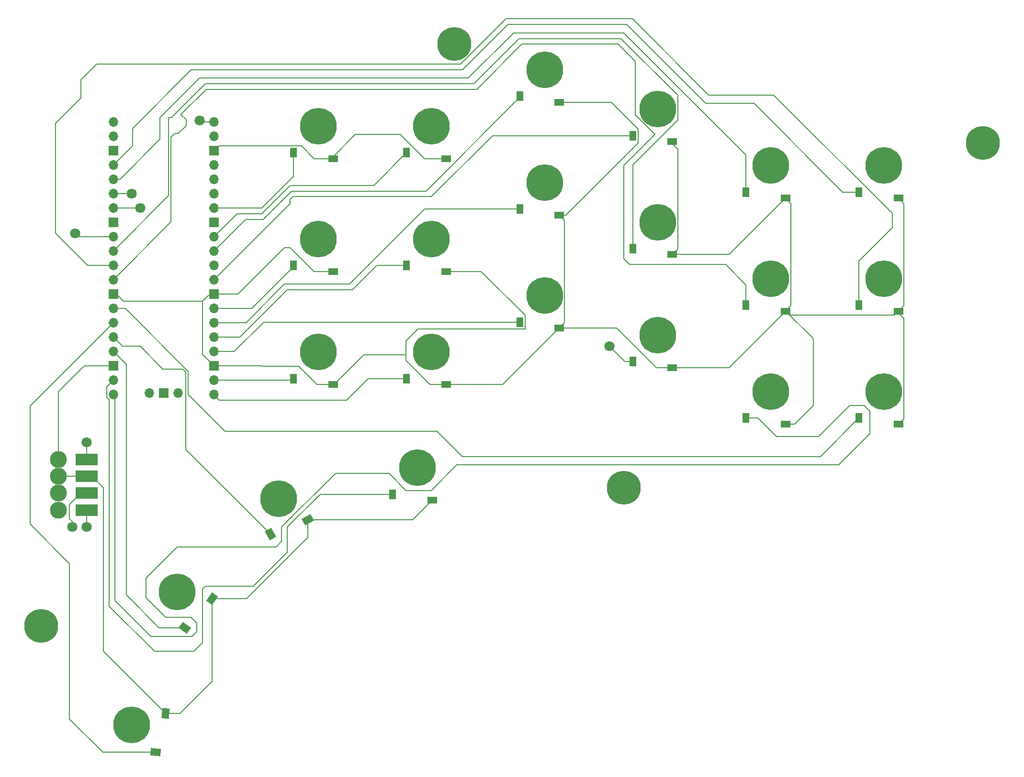
<source format=gbr>
%TF.GenerationSoftware,KiCad,Pcbnew,8.0.1*%
%TF.CreationDate,2024-04-26T18:58:43+02:00*%
%TF.ProjectId,PinkyPi,50696e6b-7950-4692-9e6b-696361645f70,rev?*%
%TF.SameCoordinates,Original*%
%TF.FileFunction,Copper,L2,Bot*%
%TF.FilePolarity,Positive*%
%FSLAX46Y46*%
G04 Gerber Fmt 4.6, Leading zero omitted, Abs format (unit mm)*
G04 Created by KiCad (PCBNEW 8.0.1) date 2024-04-26 18:58:43*
%MOMM*%
%LPD*%
G01*
G04 APERTURE LIST*
G04 Aperture macros list*
%AMRotRect*
0 Rectangle, with rotation*
0 The origin of the aperture is its center*
0 $1 length*
0 $2 width*
0 $3 Rotation angle, in degrees counterclockwise*
0 Add horizontal line*
21,1,$1,$2,0,0,$3*%
G04 Aperture macros list end*
%TA.AperFunction,ComponentPad*%
%ADD10C,6.500000*%
%TD*%
%TA.AperFunction,ComponentPad*%
%ADD11R,1.800000X1.300000*%
%TD*%
%TA.AperFunction,ComponentPad*%
%ADD12R,1.300000X1.800000*%
%TD*%
%TA.AperFunction,ComponentPad*%
%ADD13O,1.700000X1.700000*%
%TD*%
%TA.AperFunction,ComponentPad*%
%ADD14R,1.700000X1.700000*%
%TD*%
%TA.AperFunction,ComponentPad*%
%ADD15RotRect,1.800000X1.300000X84.000000*%
%TD*%
%TA.AperFunction,ComponentPad*%
%ADD16RotRect,1.800000X1.300000X174.000000*%
%TD*%
%TA.AperFunction,ComponentPad*%
%ADD17RotRect,1.800000X1.300000X55.000000*%
%TD*%
%TA.AperFunction,ComponentPad*%
%ADD18RotRect,1.800000X1.300000X145.000000*%
%TD*%
%TA.AperFunction,SMDPad,CuDef*%
%ADD19R,4.000000X2.000000*%
%TD*%
%TA.AperFunction,ComponentPad*%
%ADD20C,3.000000*%
%TD*%
%TA.AperFunction,ComponentPad*%
%ADD21RotRect,1.800000X1.300000X30.000000*%
%TD*%
%TA.AperFunction,ComponentPad*%
%ADD22RotRect,1.800000X1.300000X120.000000*%
%TD*%
%TA.AperFunction,ViaPad*%
%ADD23C,1.800000*%
%TD*%
%TA.AperFunction,ViaPad*%
%ADD24C,6.000000*%
%TD*%
%TA.AperFunction,Conductor*%
%ADD25C,0.200000*%
%TD*%
G04 APERTURE END LIST*
D10*
%TO.P,U19,*%
%TO.N,*%
X133500000Y-69500000D03*
D11*
%TO.P,U19,1,IN*%
%TO.N,GND*%
X136100000Y-75250000D03*
D12*
%TO.P,U19,2,OUT*%
%TO.N,/L17*%
X129100000Y-74200000D03*
%TD*%
D10*
%TO.P,U9,*%
%TO.N,*%
X213500000Y-96500000D03*
D11*
%TO.P,U9,1,IN*%
%TO.N,GND*%
X216100000Y-102250000D03*
D12*
%TO.P,U9,2,OUT*%
%TO.N,/L8*%
X209100000Y-101200000D03*
%TD*%
D10*
%TO.P,U18,*%
%TO.N,*%
X113500000Y-69500000D03*
D11*
%TO.P,U18,1,IN*%
%TO.N,GND*%
X116100000Y-75250000D03*
D12*
%TO.P,U18,2,OUT*%
%TO.N,/L19*%
X109100000Y-74200000D03*
%TD*%
D10*
%TO.P,U1,*%
%TO.N,*%
X213500000Y-56500000D03*
D11*
%TO.P,U1,1,IN*%
%TO.N,GND*%
X216100000Y-62250000D03*
D12*
%TO.P,U1,2,OUT*%
%TO.N,/L1*%
X209100000Y-61200000D03*
%TD*%
D10*
%TO.P,U11,*%
%TO.N,*%
X193500000Y-96500000D03*
D11*
%TO.P,U11,1,IN*%
%TO.N,GND*%
X196100000Y-102250000D03*
D12*
%TO.P,U11,2,OUT*%
%TO.N,/L14*%
X189100000Y-101200000D03*
%TD*%
D10*
%TO.P,U24,*%
%TO.N,*%
X113500000Y-89500000D03*
D11*
%TO.P,U24,1,IN*%
%TO.N,GND*%
X116100000Y-95250000D03*
D12*
%TO.P,U24,2,OUT*%
%TO.N,/L22*%
X109100000Y-94200000D03*
%TD*%
D10*
%TO.P,U15,*%
%TO.N,*%
X113500000Y-49500000D03*
D11*
%TO.P,U15,1,IN*%
%TO.N,GND*%
X116100000Y-55250000D03*
D12*
%TO.P,U15,2,OUT*%
%TO.N,/L12*%
X109100000Y-54200000D03*
%TD*%
D10*
%TO.P,U21,*%
%TO.N,*%
X153500000Y-59500000D03*
D11*
%TO.P,U21,1,IN*%
%TO.N,GND*%
X156100000Y-65250000D03*
D12*
%TO.P,U21,2,OUT*%
%TO.N,/L18*%
X149100000Y-64200000D03*
%TD*%
D10*
%TO.P,U20,*%
%TO.N,*%
X173500000Y-46500000D03*
D11*
%TO.P,U20,1,IN*%
%TO.N,GND*%
X176100000Y-52250000D03*
D12*
%TO.P,U20,2,OUT*%
%TO.N,/L20*%
X169100000Y-51200000D03*
%TD*%
D13*
%TO.P,U5,1,GPIO0*%
%TO.N,unconnected-(U5-GPIO0-Pad1)*%
X77220000Y-48760000D03*
%TO.P,U5,2,GPIO1*%
%TO.N,unconnected-(U5-GPIO1-Pad2)*%
X77220000Y-51300000D03*
D14*
%TO.P,U5,3,GND*%
%TO.N,GND*%
X77220000Y-53840000D03*
D13*
%TO.P,U5,4,GPIO2*%
%TO.N,/L1*%
X77220000Y-56380000D03*
%TO.P,U5,5,GPIO3*%
%TO.N,/L2*%
X77220000Y-58920000D03*
%TO.P,U5,6,GPIO4*%
%TO.N,Net-(U23-TX)*%
X77220000Y-61460000D03*
%TO.P,U5,7,GPIO5*%
%TO.N,Net-(U23-RX)*%
X77220000Y-64000000D03*
D14*
%TO.P,U5,8,GND*%
%TO.N,GND*%
X77220000Y-66540000D03*
D13*
%TO.P,U5,9,GPIO6*%
%TO.N,/L3*%
X77220000Y-69080000D03*
%TO.P,U5,10,GPIO7*%
%TO.N,/L4*%
X77220000Y-71620000D03*
%TO.P,U5,11,GPIO8*%
%TO.N,/L5*%
X77220000Y-74160000D03*
%TO.P,U5,12,GPIO9*%
%TO.N,/L6*%
X77220000Y-76700000D03*
D14*
%TO.P,U5,13,GND*%
%TO.N,GND*%
X77220000Y-79240000D03*
D13*
%TO.P,U5,14,GPIO10*%
%TO.N,/L8*%
X77220000Y-81780000D03*
%TO.P,U5,15,GPIO11*%
%TO.N,/L9*%
X77220000Y-84320000D03*
%TO.P,U5,16,GPIO12*%
%TO.N,/L10*%
X77220000Y-86860000D03*
%TO.P,U5,17,GPIO13*%
%TO.N,/L11*%
X77220000Y-89400000D03*
D14*
%TO.P,U5,18,GND*%
%TO.N,GND*%
X77220000Y-91940000D03*
D13*
%TO.P,U5,19,GPIO14*%
%TO.N,/L13*%
X77220000Y-94480000D03*
%TO.P,U5,20,GPIO15*%
%TO.N,/L14*%
X77220000Y-97020000D03*
%TO.P,U5,21,GPIO16*%
%TO.N,/L15*%
X95000000Y-97020000D03*
%TO.P,U5,22,GPIO17*%
%TO.N,/L22*%
X95000000Y-94480000D03*
D14*
%TO.P,U5,23,GND*%
%TO.N,GND*%
X95000000Y-91940000D03*
D13*
%TO.P,U5,24,GPIO18*%
%TO.N,/L16*%
X95000000Y-89400000D03*
%TO.P,U5,25,GPIO19*%
%TO.N,/L17*%
X95000000Y-86860000D03*
%TO.P,U5,26,GPIO20*%
%TO.N,/L18*%
X95000000Y-84320000D03*
%TO.P,U5,27,GPIO21*%
%TO.N,/L19*%
X95000000Y-81780000D03*
D14*
%TO.P,U5,28,GND*%
%TO.N,GND*%
X95000000Y-79240000D03*
D13*
%TO.P,U5,29,GPIO22*%
%TO.N,/L20*%
X95000000Y-76700000D03*
%TO.P,U5,30,RUN*%
%TO.N,unconnected-(U5-RUN-Pad30)*%
X95000000Y-74160000D03*
%TO.P,U5,31,GPIO26_ADC0*%
%TO.N,/L21*%
X95000000Y-71620000D03*
%TO.P,U5,32,GPIO27_ADC1*%
%TO.N,/L7*%
X95000000Y-69080000D03*
D14*
%TO.P,U5,33,AGND*%
%TO.N,unconnected-(U5-AGND-Pad33)*%
X95000000Y-66540000D03*
D13*
%TO.P,U5,34,GPIO28_ADC2*%
%TO.N,/L12*%
X95000000Y-64000000D03*
%TO.P,U5,35,ADC_VREF*%
%TO.N,unconnected-(U5-ADC_VREF-Pad35)*%
X95000000Y-61460000D03*
%TO.P,U5,36,3V3*%
%TO.N,unconnected-(U5-3V3-Pad36)*%
X95000000Y-58920000D03*
%TO.P,U5,37,3V3_EN*%
%TO.N,unconnected-(U5-3V3_EN-Pad37)*%
X95000000Y-56380000D03*
D14*
%TO.P,U5,38,GND*%
%TO.N,GND*%
X95000000Y-53840000D03*
D13*
%TO.P,U5,39,VSYS*%
%TO.N,unconnected-(U5-VSYS-Pad39)*%
X95000000Y-51300000D03*
%TO.P,U5,40,VBUS*%
%TO.N,Net-(U23-VCC)*%
X95000000Y-48760000D03*
%TO.P,U5,41,SWCLK*%
%TO.N,unconnected-(U5-SWCLK-Pad41)*%
X83570000Y-96790000D03*
D14*
%TO.P,U5,42,GND*%
%TO.N,unconnected-(U5-GND-Pad42)*%
X86110000Y-96790000D03*
D13*
%TO.P,U5,43,SWDIO*%
%TO.N,unconnected-(U5-SWDIO-Pad43)*%
X88650000Y-96790000D03*
%TD*%
D10*
%TO.P,U14,*%
%TO.N,*%
X80500000Y-155500000D03*
D15*
%TO.P,U14,1,IN*%
%TO.N,GND*%
X86490275Y-153515282D03*
D16*
%TO.P,U14,2,OUT*%
%TO.N,/L9*%
X84714328Y-160367180D03*
%TD*%
D10*
%TO.P,U10,*%
%TO.N,*%
X88500000Y-132000000D03*
D17*
%TO.P,U10,1,IN*%
%TO.N,GND*%
X94701423Y-133168269D03*
D18*
%TO.P,U10,2,OUT*%
%TO.N,/L11*%
X89826278Y-138300078D03*
%TD*%
D10*
%TO.P,U8,*%
%TO.N,*%
X213500000Y-76500000D03*
D11*
%TO.P,U8,1,IN*%
%TO.N,GND*%
X216100000Y-82250000D03*
D12*
%TO.P,U8,2,OUT*%
%TO.N,/L5*%
X209100000Y-81200000D03*
%TD*%
D10*
%TO.P,U16,*%
%TO.N,*%
X133500000Y-89500000D03*
D11*
%TO.P,U16,1,IN*%
%TO.N,GND*%
X136100000Y-95250000D03*
D12*
%TO.P,U16,2,OUT*%
%TO.N,/L15*%
X129100000Y-94200000D03*
%TD*%
D10*
%TO.P,U17,*%
%TO.N,*%
X153500000Y-79500000D03*
D11*
%TO.P,U17,1,IN*%
%TO.N,GND*%
X156100000Y-85250000D03*
D12*
%TO.P,U17,2,OUT*%
%TO.N,/L16*%
X149100000Y-84200000D03*
%TD*%
D10*
%TO.P,U2,*%
%TO.N,*%
X173500000Y-66500000D03*
D11*
%TO.P,U2,1,IN*%
%TO.N,GND*%
X176100000Y-72250000D03*
D12*
%TO.P,U2,2,OUT*%
%TO.N,/L4*%
X169100000Y-71200000D03*
%TD*%
D19*
%TO.P,U23,1,VCC*%
%TO.N,Net-(U23-VCC)*%
X72500000Y-108500000D03*
D20*
%TO.P,U23,2,GND*%
%TO.N,GND*%
X67500000Y-108500000D03*
D19*
X72500000Y-111500000D03*
D20*
X67500000Y-111500000D03*
X67500000Y-114500000D03*
X67500000Y-117500000D03*
D19*
%TO.P,U23,3,RX*%
%TO.N,Net-(U23-RX)*%
X72500000Y-114500000D03*
%TO.P,U23,4,TX*%
%TO.N,Net-(U23-TX)*%
X72500000Y-117500000D03*
%TD*%
D10*
%TO.P,U6,*%
%TO.N,*%
X131000000Y-110000000D03*
D11*
%TO.P,U6,1,IN*%
%TO.N,GND*%
X133600000Y-115750000D03*
D12*
%TO.P,U6,2,OUT*%
%TO.N,/L13*%
X126600000Y-114700000D03*
%TD*%
D10*
%TO.P,U4,*%
%TO.N,*%
X106500000Y-115500000D03*
D21*
%TO.P,U4,1,IN*%
%TO.N,GND*%
X111626666Y-119179646D03*
D22*
%TO.P,U4,2,OUT*%
%TO.N,/L10*%
X105039488Y-121770319D03*
%TD*%
D10*
%TO.P,U13,*%
%TO.N,*%
X193500000Y-76500000D03*
D11*
%TO.P,U13,1,IN*%
%TO.N,GND*%
X196100000Y-82250000D03*
D12*
%TO.P,U13,2,OUT*%
%TO.N,/L6*%
X189100000Y-81200000D03*
%TD*%
D10*
%TO.P,U7,*%
%TO.N,*%
X193500000Y-56500000D03*
D11*
%TO.P,U7,1,IN*%
%TO.N,GND*%
X196100000Y-62250000D03*
D12*
%TO.P,U7,2,OUT*%
%TO.N,/L2*%
X189100000Y-61200000D03*
%TD*%
D10*
%TO.P,U22,*%
%TO.N,*%
X153500000Y-39500000D03*
D11*
%TO.P,U22,1,IN*%
%TO.N,GND*%
X156100000Y-45250000D03*
D12*
%TO.P,U22,2,OUT*%
%TO.N,/L21*%
X149100000Y-44200000D03*
%TD*%
D10*
%TO.P,U3,*%
%TO.N,*%
X133500000Y-49500000D03*
D11*
%TO.P,U3,1,IN*%
%TO.N,GND*%
X136100000Y-55250000D03*
D12*
%TO.P,U3,2,OUT*%
%TO.N,/L7*%
X129100000Y-54200000D03*
%TD*%
D10*
%TO.P,U12,*%
%TO.N,*%
X173500000Y-86500000D03*
D11*
%TO.P,U12,1,IN*%
%TO.N,GND*%
X176100000Y-92250000D03*
D12*
%TO.P,U12,2,OUT*%
%TO.N,/L3*%
X169100000Y-91200000D03*
%TD*%
D23*
%TO.N,Net-(U23-VCC)*%
X92500000Y-48500000D03*
X72500000Y-105500000D03*
%TO.N,Net-(U23-RX)*%
X82000000Y-64000000D03*
%TO.N,Net-(U23-TX)*%
X80500000Y-61500000D03*
X72500000Y-120500000D03*
%TO.N,Net-(U23-RX)*%
X70000000Y-120500000D03*
%TO.N,/L3*%
X165000000Y-88500000D03*
X70500000Y-68500000D03*
D24*
%TO.N,*%
X64500000Y-138000000D03*
X231000000Y-52500000D03*
X167500000Y-113500000D03*
X137500000Y-35000000D03*
%TD*%
D25*
%TO.N,GND*%
X72060000Y-91940000D02*
X77220000Y-91940000D01*
X67500000Y-96500000D02*
X72060000Y-91940000D01*
X67500000Y-108500000D02*
X67500000Y-96500000D01*
X67500000Y-108500000D02*
X67500000Y-111500000D01*
%TO.N,Net-(U23-VCC)*%
X92500000Y-48500000D02*
X92760000Y-48760000D01*
X92760000Y-48760000D02*
X95000000Y-48760000D01*
X92500000Y-48500000D02*
X92500000Y-48520000D01*
X92500000Y-48520000D02*
X92740000Y-48760000D01*
X72500000Y-108500000D02*
X72500000Y-105500000D01*
%TO.N,Net-(U23-RX)*%
X77220000Y-64000000D02*
X82000000Y-64000000D01*
%TO.N,Net-(U23-TX)*%
X77460000Y-61460000D02*
X77500000Y-61500000D01*
X77220000Y-61460000D02*
X77460000Y-61460000D01*
X77500000Y-61500000D02*
X80500000Y-61500000D01*
%TO.N,Net-(U23-RX)*%
X71500000Y-114500000D02*
X72500000Y-114500000D01*
X69500000Y-119000000D02*
X69500000Y-116500000D01*
X70000000Y-119500000D02*
X69500000Y-119000000D01*
X70000000Y-120500000D02*
X70000000Y-119500000D01*
X69500000Y-116500000D02*
X71500000Y-114500000D01*
%TO.N,Net-(U23-TX)*%
X72500000Y-120500000D02*
X72500000Y-117500000D01*
%TO.N,GND*%
X133250000Y-95250000D02*
X136100000Y-95250000D01*
X128989770Y-90989770D02*
X133250000Y-95250000D01*
X128989770Y-90010230D02*
X128989770Y-90989770D01*
X128989770Y-87510230D02*
X128989770Y-90010230D01*
X131100000Y-85400000D02*
X128989770Y-87510230D01*
X150050000Y-83000000D02*
X150050000Y-85400000D01*
X142300000Y-75250000D02*
X150050000Y-83000000D01*
X150050000Y-85400000D02*
X131100000Y-85400000D01*
X136100000Y-75250000D02*
X142300000Y-75250000D01*
X113250000Y-95250000D02*
X116100000Y-95250000D01*
X110000000Y-92000000D02*
X113250000Y-95250000D01*
X103560000Y-91940000D02*
X103620000Y-92000000D01*
X95000000Y-91940000D02*
X103560000Y-91940000D01*
X103620000Y-92000000D02*
X110000000Y-92000000D01*
%TO.N,/L14*%
X77500000Y-97300000D02*
X77220000Y-97020000D01*
X77500000Y-133500000D02*
X77500000Y-97300000D01*
X83834314Y-139834314D02*
X77500000Y-133500000D01*
X91165686Y-139834314D02*
X83834314Y-139834314D01*
X92000000Y-139000000D02*
X91165686Y-139834314D01*
X91000000Y-136500000D02*
X92000000Y-137500000D01*
X86500000Y-136500000D02*
X91000000Y-136500000D01*
X92000000Y-137500000D02*
X92000000Y-139000000D01*
X83000000Y-133000000D02*
X86500000Y-136500000D01*
X83000000Y-129500000D02*
X83000000Y-133000000D01*
X88500000Y-124000000D02*
X83000000Y-129500000D01*
X106000000Y-124000000D02*
X88500000Y-124000000D01*
X107000000Y-120500000D02*
X107000000Y-123000000D01*
X107000000Y-123000000D02*
X106000000Y-124000000D01*
X116500000Y-111000000D02*
X107000000Y-120500000D01*
X126000000Y-111000000D02*
X116500000Y-111000000D01*
X129000000Y-114000000D02*
X126000000Y-111000000D01*
X133500000Y-114000000D02*
X129000000Y-114000000D01*
X205500000Y-109500000D02*
X138000000Y-109500000D01*
X211000000Y-104000000D02*
X205500000Y-109500000D01*
X211000000Y-100000000D02*
X211000000Y-104000000D01*
X207500000Y-99000000D02*
X210000000Y-99000000D01*
X138000000Y-109500000D02*
X133500000Y-114000000D01*
X202000000Y-104500000D02*
X207500000Y-99000000D01*
X210000000Y-99000000D02*
X211000000Y-100000000D01*
X191200000Y-101200000D02*
X194500000Y-104500000D01*
X194500000Y-104500000D02*
X202000000Y-104500000D01*
X189100000Y-101200000D02*
X191200000Y-101200000D01*
X189100000Y-101100000D02*
X189500000Y-101500000D01*
X189100000Y-101200000D02*
X189100000Y-101100000D01*
%TO.N,/L3*%
X71080000Y-69080000D02*
X77220000Y-69080000D01*
X70500000Y-68500000D02*
X71080000Y-69080000D01*
X167700000Y-91200000D02*
X165000000Y-88500000D01*
X169100000Y-91200000D02*
X167700000Y-91200000D01*
X169100000Y-91100000D02*
X169000000Y-91000000D01*
X169100000Y-91200000D02*
X169100000Y-91100000D01*
%TO.N,/L5*%
X67000000Y-68500000D02*
X72660000Y-74160000D01*
X67000000Y-49000000D02*
X67000000Y-68500000D01*
X71500000Y-41269543D02*
X71500000Y-44500000D01*
X74269543Y-38500000D02*
X71500000Y-41269543D01*
X138666905Y-38500000D02*
X74269543Y-38500000D01*
X71500000Y-44500000D02*
X67000000Y-49000000D01*
X146666905Y-30500000D02*
X138666905Y-38500000D01*
X182500000Y-44000000D02*
X169000000Y-30500000D01*
X72660000Y-74160000D02*
X77220000Y-74160000D01*
X194050000Y-44000000D02*
X182500000Y-44000000D01*
X169000000Y-30500000D02*
X146666905Y-30500000D01*
X215000000Y-67500000D02*
X215000000Y-64950000D01*
X215000000Y-64950000D02*
X194050000Y-44000000D01*
X209100000Y-73400000D02*
X215000000Y-67500000D01*
X209100000Y-81200000D02*
X209100000Y-73400000D01*
%TO.N,/L13*%
X113800000Y-114700000D02*
X126600000Y-114700000D01*
X108000000Y-120500000D02*
X113800000Y-114700000D01*
X108000000Y-125000000D02*
X108000000Y-120500000D01*
X102000000Y-131000000D02*
X108000000Y-125000000D01*
X93500000Y-131000000D02*
X102000000Y-131000000D01*
X93000000Y-131500000D02*
X93500000Y-131000000D01*
X91500000Y-142500000D02*
X93000000Y-141000000D01*
X93000000Y-141000000D02*
X93000000Y-131500000D01*
X76500000Y-134500000D02*
X84500000Y-142500000D01*
X84500000Y-142500000D02*
X91500000Y-142500000D01*
X76500000Y-97926346D02*
X76500000Y-134500000D01*
X76070000Y-97496346D02*
X76500000Y-97926346D01*
X76070000Y-95630000D02*
X76070000Y-97496346D01*
X77220000Y-94480000D02*
X76070000Y-95630000D01*
%TO.N,/L11*%
X79500000Y-132500000D02*
X79500000Y-91680000D01*
X85300078Y-138300078D02*
X79500000Y-132500000D01*
X89826278Y-138300078D02*
X85300078Y-138300078D01*
X79500000Y-91680000D02*
X77220000Y-89400000D01*
%TO.N,GND*%
X75500000Y-142525006D02*
X79737497Y-146762503D01*
X75500000Y-113500000D02*
X75500000Y-142525006D01*
X73500000Y-111500000D02*
X75500000Y-113500000D01*
X72500000Y-111500000D02*
X73500000Y-111500000D01*
X111626666Y-122373334D02*
X111626666Y-119179646D01*
X100831731Y-133168269D02*
X111626666Y-122373334D01*
X94701423Y-133168269D02*
X100831731Y-133168269D01*
X197750000Y-102250000D02*
X196100000Y-102250000D01*
X201000000Y-99000000D02*
X197750000Y-102250000D01*
X201000000Y-87150000D02*
X201000000Y-99000000D01*
X196100000Y-82250000D02*
X201000000Y-87150000D01*
%TO.N,/L8*%
X79345686Y-81780000D02*
X77220000Y-81780000D01*
X90500000Y-92934314D02*
X79345686Y-81780000D01*
X90500000Y-97000000D02*
X90500000Y-92934314D01*
X97000000Y-103500000D02*
X90500000Y-97000000D01*
X134500000Y-103500000D02*
X97000000Y-103500000D01*
X139000000Y-108000000D02*
X134500000Y-103500000D01*
X202300000Y-108000000D02*
X139000000Y-108000000D01*
X209100000Y-101200000D02*
X202300000Y-108000000D01*
%TO.N,GND*%
X79000000Y-80500000D02*
X93000000Y-80500000D01*
X77500000Y-79000000D02*
X79000000Y-80500000D01*
X77260000Y-79240000D02*
X77500000Y-79000000D01*
X77220000Y-79240000D02*
X77260000Y-79240000D01*
X93000000Y-89940000D02*
X95000000Y-91940000D01*
X93000000Y-80500000D02*
X93000000Y-89940000D01*
X94000000Y-79500000D02*
X93000000Y-80500000D01*
X95000000Y-79500000D02*
X94000000Y-79500000D01*
X95000000Y-79240000D02*
X95000000Y-79500000D01*
X99260000Y-79240000D02*
X95000000Y-79240000D01*
X107500000Y-71000000D02*
X99260000Y-79240000D01*
X108500000Y-71000000D02*
X107500000Y-71000000D01*
X112750000Y-75250000D02*
X108500000Y-71000000D01*
X116100000Y-75250000D02*
X112750000Y-75250000D01*
%TO.N,/L20*%
X109000000Y-62000000D02*
X108500000Y-62500000D01*
X133500000Y-62000000D02*
X109000000Y-62000000D01*
X144300000Y-51200000D02*
X133500000Y-62000000D01*
X169100000Y-51200000D02*
X144300000Y-51200000D01*
X108500000Y-62500000D02*
X108500000Y-63200000D01*
X108500000Y-63200000D02*
X95000000Y-76700000D01*
%TO.N,/L7*%
X108500000Y-60000000D02*
X103500000Y-65000000D01*
X123300000Y-60000000D02*
X108500000Y-60000000D01*
X99080000Y-65000000D02*
X95000000Y-69080000D01*
X129100000Y-54200000D02*
X123300000Y-60000000D01*
X103500000Y-65000000D02*
X99080000Y-65000000D01*
%TO.N,/L21*%
X103782843Y-66000000D02*
X108782843Y-61000000D01*
X149100000Y-44400000D02*
X149100000Y-44200000D01*
X100620000Y-66000000D02*
X103782843Y-66000000D01*
X95000000Y-71620000D02*
X100620000Y-66000000D01*
X108782843Y-61000000D02*
X132500000Y-61000000D01*
X132500000Y-61000000D02*
X149100000Y-44400000D01*
%TO.N,GND*%
X133600000Y-115600000D02*
X133500000Y-115500000D01*
X133600000Y-115750000D02*
X133600000Y-115600000D01*
X186100000Y-92250000D02*
X196100000Y-82250000D01*
X173250000Y-92250000D02*
X186100000Y-92250000D01*
X166250000Y-85250000D02*
X173250000Y-92250000D01*
X156100000Y-85250000D02*
X166250000Y-85250000D01*
%TO.N,/L10*%
X90000000Y-106730830D02*
X91634585Y-108365415D01*
X91634585Y-108365415D02*
X91500000Y-108230831D01*
X85986346Y-92500000D02*
X89500000Y-92500000D01*
X105039488Y-121770319D02*
X91634585Y-108365415D01*
X89500000Y-92500000D02*
X90000000Y-93000000D01*
X90000000Y-93000000D02*
X90000000Y-106730830D01*
X81986346Y-88500000D02*
X85986346Y-92500000D01*
X78860000Y-88500000D02*
X81986346Y-88500000D01*
X78860000Y-88500000D02*
X77220000Y-86860000D01*
%TO.N,/L9*%
X62500000Y-99040000D02*
X77220000Y-84320000D01*
X62500000Y-120000000D02*
X62500000Y-99040000D01*
X69500000Y-127000000D02*
X62500000Y-120000000D01*
X69500000Y-154500000D02*
X69500000Y-127000000D01*
X75367180Y-160367180D02*
X69500000Y-154500000D01*
X84714328Y-160367180D02*
X75367180Y-160367180D01*
%TO.N,GND*%
X67500000Y-114500000D02*
X67500000Y-117500000D01*
X67500000Y-111500000D02*
X67500000Y-114500000D01*
X67500000Y-111500000D02*
X72500000Y-111500000D01*
X128979541Y-90000000D02*
X128989770Y-90010230D01*
X157050000Y-84300000D02*
X156100000Y-85250000D01*
X157050000Y-66200000D02*
X157050000Y-84300000D01*
X156100000Y-65250000D02*
X157050000Y-66200000D01*
X157250000Y-65250000D02*
X156100000Y-65250000D01*
X170050000Y-52450000D02*
X157250000Y-65250000D01*
X170050000Y-50000000D02*
X170050000Y-52450000D01*
X156100000Y-45250000D02*
X165300000Y-45250000D01*
X165300000Y-45250000D02*
X170050000Y-50000000D01*
X130170354Y-119179646D02*
X133600000Y-115750000D01*
X111626666Y-119179646D02*
X130170354Y-119179646D01*
X88984718Y-153515282D02*
X94701423Y-147798577D01*
X94701423Y-147798577D02*
X94701423Y-133168269D01*
X86490275Y-153515282D02*
X88984718Y-153515282D01*
X79737497Y-146762503D02*
X86490275Y-153515282D01*
X79474993Y-146500000D02*
X79737497Y-146762503D01*
X121500000Y-90000000D02*
X128979541Y-90000000D01*
X116250000Y-95250000D02*
X121500000Y-90000000D01*
X116100000Y-95250000D02*
X116250000Y-95250000D01*
X146100000Y-95250000D02*
X156100000Y-85250000D01*
X136100000Y-95250000D02*
X146100000Y-95250000D01*
X217050000Y-101300000D02*
X216100000Y-102250000D01*
X216100000Y-82600000D02*
X217050000Y-83550000D01*
X216100000Y-82250000D02*
X216100000Y-82600000D01*
X217050000Y-83550000D02*
X217050000Y-101300000D01*
X196850000Y-83000000D02*
X215350000Y-83000000D01*
X215350000Y-83000000D02*
X216100000Y-82250000D01*
X196100000Y-82250000D02*
X196850000Y-83000000D01*
X197050000Y-81300000D02*
X196100000Y-82250000D01*
X197050000Y-63200000D02*
X197050000Y-81300000D01*
X196100000Y-62250000D02*
X197050000Y-63200000D01*
X217050000Y-81300000D02*
X216100000Y-82250000D01*
X217050000Y-63200000D02*
X217050000Y-81300000D01*
X216100000Y-62250000D02*
X217050000Y-63200000D01*
X196100000Y-62250000D02*
X186100000Y-72250000D01*
X186100000Y-72250000D02*
X176100000Y-72250000D01*
X177050000Y-53550000D02*
X177050000Y-71300000D01*
X176000000Y-52500000D02*
X177050000Y-53550000D01*
X176100000Y-52400000D02*
X176000000Y-52500000D01*
X177050000Y-71300000D02*
X176100000Y-72250000D01*
X176100000Y-52250000D02*
X176100000Y-52400000D01*
X132250000Y-55250000D02*
X136100000Y-55250000D01*
X128000000Y-51000000D02*
X132250000Y-55250000D01*
X120000000Y-51000000D02*
X128000000Y-51000000D01*
X116000000Y-55000000D02*
X120000000Y-51000000D01*
X116100000Y-55100000D02*
X116000000Y-55000000D01*
X116100000Y-55250000D02*
X116100000Y-55100000D01*
X95840000Y-53000000D02*
X95000000Y-53840000D01*
X112750000Y-55250000D02*
X110500000Y-53000000D01*
X110500000Y-53000000D02*
X95840000Y-53000000D01*
X116100000Y-55250000D02*
X112750000Y-55250000D01*
X95000000Y-53840000D02*
X95000000Y-54000000D01*
X95000000Y-54000000D02*
X96000000Y-53000000D01*
%TO.N,/L1*%
X80600000Y-49907233D02*
X91007233Y-39500000D01*
X91007233Y-39500000D02*
X139000000Y-39500000D01*
X147000000Y-31500000D02*
X168000000Y-31500000D01*
X80600000Y-53000000D02*
X80600000Y-49907233D01*
X139000000Y-39500000D02*
X147000000Y-31500000D01*
X168000000Y-31500000D02*
X182000000Y-45500000D01*
X182000000Y-45500000D02*
X190500000Y-45500000D01*
X206200000Y-61200000D02*
X209100000Y-61200000D01*
X77220000Y-56380000D02*
X80600000Y-53000000D01*
X190500000Y-45500000D02*
X206200000Y-61200000D01*
%TO.N,/L4*%
X87000000Y-48000000D02*
X87000000Y-61840000D01*
X87000000Y-61840000D02*
X77220000Y-71620000D01*
X149000000Y-34000000D02*
X141000000Y-42000000D01*
X169100000Y-71200000D02*
X169100000Y-56400000D01*
X93500000Y-42000000D02*
X87500000Y-48000000D01*
X169100000Y-71200000D02*
X169100000Y-71400000D01*
X167000000Y-34000000D02*
X149000000Y-34000000D01*
X141000000Y-42000000D02*
X93500000Y-42000000D01*
X169100000Y-56400000D02*
X177050000Y-48450000D01*
X87500000Y-48000000D02*
X87000000Y-48000000D01*
X177050000Y-44050000D02*
X167000000Y-34000000D01*
X177050000Y-48450000D02*
X177050000Y-44050000D01*
X169100000Y-71400000D02*
X169000000Y-71500000D01*
%TO.N,/L6*%
X90085000Y-48372233D02*
X90085000Y-49415000D01*
X88079365Y-50820000D02*
X87435000Y-51464365D01*
X149500000Y-35000000D02*
X141500000Y-43000000D01*
X168500000Y-74000000D02*
X167500000Y-73000000D01*
X173000000Y-51000000D02*
X172979541Y-51000000D01*
X141500000Y-43000000D02*
X93640000Y-43000000D01*
X166500000Y-35000000D02*
X149500000Y-35000000D01*
X90085000Y-49415000D02*
X88680000Y-50820000D01*
X185500000Y-74000000D02*
X168500000Y-74000000D01*
X93640000Y-43000000D02*
X89140000Y-47500000D01*
X87435000Y-66485000D02*
X77220000Y-76700000D01*
X89212767Y-47500000D02*
X90085000Y-48372233D01*
X88680000Y-50820000D02*
X88079365Y-50820000D01*
X169500000Y-38000000D02*
X166500000Y-35000000D01*
X189100000Y-81200000D02*
X189100000Y-77600000D01*
X89140000Y-47500000D02*
X89212767Y-47500000D01*
X167500000Y-73000000D02*
X167500000Y-56500000D01*
X87435000Y-51464365D02*
X87435000Y-66485000D01*
X169500000Y-47520459D02*
X169500000Y-38000000D01*
X167500000Y-56500000D02*
X173000000Y-51000000D01*
X189100000Y-77600000D02*
X185500000Y-74000000D01*
X172979541Y-51000000D02*
X169500000Y-47520459D01*
%TO.N,/L18*%
X149100000Y-64200000D02*
X132300000Y-64200000D01*
X132300000Y-64200000D02*
X119000000Y-77500000D01*
X100680000Y-84320000D02*
X95000000Y-84320000D01*
X107500000Y-77500000D02*
X100680000Y-84320000D01*
X119000000Y-77500000D02*
X107500000Y-77500000D01*
%TO.N,/L22*%
X109100000Y-94200000D02*
X109100000Y-94400000D01*
X109000000Y-94500000D02*
X107500000Y-94500000D01*
X109100000Y-94400000D02*
X109000000Y-94500000D01*
X107480000Y-94480000D02*
X95000000Y-94480000D01*
X107500000Y-94500000D02*
X107480000Y-94480000D01*
%TO.N,/L21*%
X149100000Y-44200000D02*
X149100000Y-44450000D01*
%TO.N,/L17*%
X108000000Y-78500000D02*
X99640000Y-86860000D01*
X119500000Y-78500000D02*
X108000000Y-78500000D01*
X129100000Y-74200000D02*
X123800000Y-74200000D01*
X99640000Y-86860000D02*
X95000000Y-86860000D01*
X123800000Y-74200000D02*
X119500000Y-78500000D01*
%TO.N,/L15*%
X118500000Y-98000000D02*
X95980000Y-98000000D01*
X122300000Y-94200000D02*
X118500000Y-98000000D01*
X95980000Y-98000000D02*
X95000000Y-97020000D01*
X129100000Y-94200000D02*
X122300000Y-94200000D01*
%TO.N,/L12*%
X109100000Y-58400000D02*
X103500000Y-64000000D01*
X103500000Y-64000000D02*
X95000000Y-64000000D01*
X109100000Y-54200000D02*
X109100000Y-58400000D01*
%TO.N,/L16*%
X98600000Y-89400000D02*
X95000000Y-89400000D01*
X149100000Y-84200000D02*
X103800000Y-84200000D01*
X103800000Y-84200000D02*
X98600000Y-89400000D01*
%TO.N,/L19*%
X109100000Y-74200000D02*
X109100000Y-74400000D01*
X101720000Y-81780000D02*
X95000000Y-81780000D01*
X109100000Y-74400000D02*
X101720000Y-81780000D01*
%TO.N,/L2*%
X189100000Y-61200000D02*
X189100000Y-54600000D01*
X92500000Y-41000000D02*
X85500000Y-48000000D01*
X167500000Y-33000000D02*
X148000000Y-33000000D01*
X85500000Y-48000000D02*
X85500000Y-51842081D01*
X78422081Y-58920000D02*
X77220000Y-58920000D01*
X189100000Y-54600000D02*
X167500000Y-33000000D01*
X140000000Y-41000000D02*
X92500000Y-41000000D01*
X85500000Y-51842081D02*
X78422081Y-58920000D01*
X148000000Y-33000000D02*
X140000000Y-41000000D01*
%TD*%
M02*

</source>
